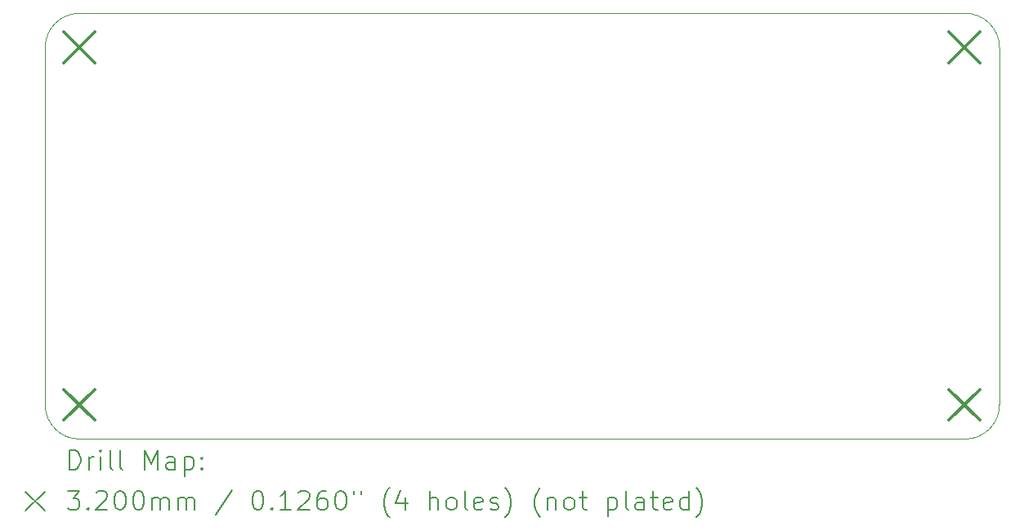
<source format=gbr>
%TF.GenerationSoftware,KiCad,Pcbnew,(6.0.10-0)*%
%TF.CreationDate,2023-03-25T14:15:09-04:00*%
%TF.ProjectId,Shuttle Tracker Node,53687574-746c-4652-9054-7261636b6572,rev?*%
%TF.SameCoordinates,Original*%
%TF.FileFunction,Drillmap*%
%TF.FilePolarity,Positive*%
%FSLAX45Y45*%
G04 Gerber Fmt 4.5, Leading zero omitted, Abs format (unit mm)*
G04 Created by KiCad (PCBNEW (6.0.10-0)) date 2023-03-25 14:15:09*
%MOMM*%
%LPD*%
G01*
G04 APERTURE LIST*
%ADD10C,0.100000*%
%ADD11C,0.200000*%
%ADD12C,0.320000*%
G04 APERTURE END LIST*
D10*
X22504400Y-12192000D02*
G75*
G03*
X22860000Y-11836400I0J355600D01*
G01*
X22860000Y-8134350D02*
G75*
G03*
X22504400Y-7778750I-355600J0D01*
G01*
X13328650Y-7778750D02*
G75*
G03*
X12973050Y-8134350I0J-355600D01*
G01*
X22860000Y-11836400D02*
X22860000Y-8134350D01*
X12973050Y-8134350D02*
X12973050Y-11836400D01*
X12973050Y-11836400D02*
G75*
G03*
X13328650Y-12192000I355600J0D01*
G01*
X22504400Y-7778750D02*
X13328650Y-7778750D01*
X13328650Y-12192000D02*
X22504400Y-12192000D01*
D11*
D12*
X13168650Y-7974350D02*
X13488650Y-8294350D01*
X13488650Y-7974350D02*
X13168650Y-8294350D01*
X13168650Y-11676400D02*
X13488650Y-11996400D01*
X13488650Y-11676400D02*
X13168650Y-11996400D01*
X22338050Y-7974350D02*
X22658050Y-8294350D01*
X22658050Y-7974350D02*
X22338050Y-8294350D01*
X22338050Y-11676400D02*
X22658050Y-11996400D01*
X22658050Y-11676400D02*
X22338050Y-11996400D01*
D11*
X13225669Y-12507476D02*
X13225669Y-12307476D01*
X13273288Y-12307476D01*
X13301859Y-12317000D01*
X13320907Y-12336048D01*
X13330431Y-12355095D01*
X13339955Y-12393190D01*
X13339955Y-12421762D01*
X13330431Y-12459857D01*
X13320907Y-12478905D01*
X13301859Y-12497952D01*
X13273288Y-12507476D01*
X13225669Y-12507476D01*
X13425669Y-12507476D02*
X13425669Y-12374143D01*
X13425669Y-12412238D02*
X13435193Y-12393190D01*
X13444717Y-12383667D01*
X13463764Y-12374143D01*
X13482812Y-12374143D01*
X13549478Y-12507476D02*
X13549478Y-12374143D01*
X13549478Y-12307476D02*
X13539955Y-12317000D01*
X13549478Y-12326524D01*
X13559002Y-12317000D01*
X13549478Y-12307476D01*
X13549478Y-12326524D01*
X13673288Y-12507476D02*
X13654240Y-12497952D01*
X13644717Y-12478905D01*
X13644717Y-12307476D01*
X13778050Y-12507476D02*
X13759002Y-12497952D01*
X13749478Y-12478905D01*
X13749478Y-12307476D01*
X14006621Y-12507476D02*
X14006621Y-12307476D01*
X14073288Y-12450333D01*
X14139955Y-12307476D01*
X14139955Y-12507476D01*
X14320907Y-12507476D02*
X14320907Y-12402714D01*
X14311383Y-12383667D01*
X14292336Y-12374143D01*
X14254240Y-12374143D01*
X14235193Y-12383667D01*
X14320907Y-12497952D02*
X14301859Y-12507476D01*
X14254240Y-12507476D01*
X14235193Y-12497952D01*
X14225669Y-12478905D01*
X14225669Y-12459857D01*
X14235193Y-12440809D01*
X14254240Y-12431286D01*
X14301859Y-12431286D01*
X14320907Y-12421762D01*
X14416145Y-12374143D02*
X14416145Y-12574143D01*
X14416145Y-12383667D02*
X14435193Y-12374143D01*
X14473288Y-12374143D01*
X14492336Y-12383667D01*
X14501859Y-12393190D01*
X14511383Y-12412238D01*
X14511383Y-12469381D01*
X14501859Y-12488428D01*
X14492336Y-12497952D01*
X14473288Y-12507476D01*
X14435193Y-12507476D01*
X14416145Y-12497952D01*
X14597098Y-12488428D02*
X14606621Y-12497952D01*
X14597098Y-12507476D01*
X14587574Y-12497952D01*
X14597098Y-12488428D01*
X14597098Y-12507476D01*
X14597098Y-12383667D02*
X14606621Y-12393190D01*
X14597098Y-12402714D01*
X14587574Y-12393190D01*
X14597098Y-12383667D01*
X14597098Y-12402714D01*
X12768050Y-12737000D02*
X12968050Y-12937000D01*
X12968050Y-12737000D02*
X12768050Y-12937000D01*
X13206621Y-12727476D02*
X13330431Y-12727476D01*
X13263764Y-12803667D01*
X13292336Y-12803667D01*
X13311383Y-12813190D01*
X13320907Y-12822714D01*
X13330431Y-12841762D01*
X13330431Y-12889381D01*
X13320907Y-12908428D01*
X13311383Y-12917952D01*
X13292336Y-12927476D01*
X13235193Y-12927476D01*
X13216145Y-12917952D01*
X13206621Y-12908428D01*
X13416145Y-12908428D02*
X13425669Y-12917952D01*
X13416145Y-12927476D01*
X13406621Y-12917952D01*
X13416145Y-12908428D01*
X13416145Y-12927476D01*
X13501859Y-12746524D02*
X13511383Y-12737000D01*
X13530431Y-12727476D01*
X13578050Y-12727476D01*
X13597098Y-12737000D01*
X13606621Y-12746524D01*
X13616145Y-12765571D01*
X13616145Y-12784619D01*
X13606621Y-12813190D01*
X13492336Y-12927476D01*
X13616145Y-12927476D01*
X13739955Y-12727476D02*
X13759002Y-12727476D01*
X13778050Y-12737000D01*
X13787574Y-12746524D01*
X13797098Y-12765571D01*
X13806621Y-12803667D01*
X13806621Y-12851286D01*
X13797098Y-12889381D01*
X13787574Y-12908428D01*
X13778050Y-12917952D01*
X13759002Y-12927476D01*
X13739955Y-12927476D01*
X13720907Y-12917952D01*
X13711383Y-12908428D01*
X13701859Y-12889381D01*
X13692336Y-12851286D01*
X13692336Y-12803667D01*
X13701859Y-12765571D01*
X13711383Y-12746524D01*
X13720907Y-12737000D01*
X13739955Y-12727476D01*
X13930431Y-12727476D02*
X13949478Y-12727476D01*
X13968526Y-12737000D01*
X13978050Y-12746524D01*
X13987574Y-12765571D01*
X13997098Y-12803667D01*
X13997098Y-12851286D01*
X13987574Y-12889381D01*
X13978050Y-12908428D01*
X13968526Y-12917952D01*
X13949478Y-12927476D01*
X13930431Y-12927476D01*
X13911383Y-12917952D01*
X13901859Y-12908428D01*
X13892336Y-12889381D01*
X13882812Y-12851286D01*
X13882812Y-12803667D01*
X13892336Y-12765571D01*
X13901859Y-12746524D01*
X13911383Y-12737000D01*
X13930431Y-12727476D01*
X14082812Y-12927476D02*
X14082812Y-12794143D01*
X14082812Y-12813190D02*
X14092336Y-12803667D01*
X14111383Y-12794143D01*
X14139955Y-12794143D01*
X14159002Y-12803667D01*
X14168526Y-12822714D01*
X14168526Y-12927476D01*
X14168526Y-12822714D02*
X14178050Y-12803667D01*
X14197098Y-12794143D01*
X14225669Y-12794143D01*
X14244717Y-12803667D01*
X14254240Y-12822714D01*
X14254240Y-12927476D01*
X14349478Y-12927476D02*
X14349478Y-12794143D01*
X14349478Y-12813190D02*
X14359002Y-12803667D01*
X14378050Y-12794143D01*
X14406621Y-12794143D01*
X14425669Y-12803667D01*
X14435193Y-12822714D01*
X14435193Y-12927476D01*
X14435193Y-12822714D02*
X14444717Y-12803667D01*
X14463764Y-12794143D01*
X14492336Y-12794143D01*
X14511383Y-12803667D01*
X14520907Y-12822714D01*
X14520907Y-12927476D01*
X14911383Y-12717952D02*
X14739955Y-12975095D01*
X15168526Y-12727476D02*
X15187574Y-12727476D01*
X15206621Y-12737000D01*
X15216145Y-12746524D01*
X15225669Y-12765571D01*
X15235193Y-12803667D01*
X15235193Y-12851286D01*
X15225669Y-12889381D01*
X15216145Y-12908428D01*
X15206621Y-12917952D01*
X15187574Y-12927476D01*
X15168526Y-12927476D01*
X15149478Y-12917952D01*
X15139955Y-12908428D01*
X15130431Y-12889381D01*
X15120907Y-12851286D01*
X15120907Y-12803667D01*
X15130431Y-12765571D01*
X15139955Y-12746524D01*
X15149478Y-12737000D01*
X15168526Y-12727476D01*
X15320907Y-12908428D02*
X15330431Y-12917952D01*
X15320907Y-12927476D01*
X15311383Y-12917952D01*
X15320907Y-12908428D01*
X15320907Y-12927476D01*
X15520907Y-12927476D02*
X15406621Y-12927476D01*
X15463764Y-12927476D02*
X15463764Y-12727476D01*
X15444717Y-12756048D01*
X15425669Y-12775095D01*
X15406621Y-12784619D01*
X15597098Y-12746524D02*
X15606621Y-12737000D01*
X15625669Y-12727476D01*
X15673288Y-12727476D01*
X15692336Y-12737000D01*
X15701859Y-12746524D01*
X15711383Y-12765571D01*
X15711383Y-12784619D01*
X15701859Y-12813190D01*
X15587574Y-12927476D01*
X15711383Y-12927476D01*
X15882812Y-12727476D02*
X15844717Y-12727476D01*
X15825669Y-12737000D01*
X15816145Y-12746524D01*
X15797098Y-12775095D01*
X15787574Y-12813190D01*
X15787574Y-12889381D01*
X15797098Y-12908428D01*
X15806621Y-12917952D01*
X15825669Y-12927476D01*
X15863764Y-12927476D01*
X15882812Y-12917952D01*
X15892336Y-12908428D01*
X15901859Y-12889381D01*
X15901859Y-12841762D01*
X15892336Y-12822714D01*
X15882812Y-12813190D01*
X15863764Y-12803667D01*
X15825669Y-12803667D01*
X15806621Y-12813190D01*
X15797098Y-12822714D01*
X15787574Y-12841762D01*
X16025669Y-12727476D02*
X16044717Y-12727476D01*
X16063764Y-12737000D01*
X16073288Y-12746524D01*
X16082812Y-12765571D01*
X16092336Y-12803667D01*
X16092336Y-12851286D01*
X16082812Y-12889381D01*
X16073288Y-12908428D01*
X16063764Y-12917952D01*
X16044717Y-12927476D01*
X16025669Y-12927476D01*
X16006621Y-12917952D01*
X15997098Y-12908428D01*
X15987574Y-12889381D01*
X15978050Y-12851286D01*
X15978050Y-12803667D01*
X15987574Y-12765571D01*
X15997098Y-12746524D01*
X16006621Y-12737000D01*
X16025669Y-12727476D01*
X16168526Y-12727476D02*
X16168526Y-12765571D01*
X16244717Y-12727476D02*
X16244717Y-12765571D01*
X16539955Y-13003667D02*
X16530431Y-12994143D01*
X16511383Y-12965571D01*
X16501859Y-12946524D01*
X16492336Y-12917952D01*
X16482812Y-12870333D01*
X16482812Y-12832238D01*
X16492336Y-12784619D01*
X16501859Y-12756048D01*
X16511383Y-12737000D01*
X16530431Y-12708428D01*
X16539955Y-12698905D01*
X16701859Y-12794143D02*
X16701859Y-12927476D01*
X16654240Y-12717952D02*
X16606621Y-12860809D01*
X16730431Y-12860809D01*
X16959002Y-12927476D02*
X16959002Y-12727476D01*
X17044717Y-12927476D02*
X17044717Y-12822714D01*
X17035193Y-12803667D01*
X17016145Y-12794143D01*
X16987574Y-12794143D01*
X16968526Y-12803667D01*
X16959002Y-12813190D01*
X17168526Y-12927476D02*
X17149479Y-12917952D01*
X17139955Y-12908428D01*
X17130431Y-12889381D01*
X17130431Y-12832238D01*
X17139955Y-12813190D01*
X17149479Y-12803667D01*
X17168526Y-12794143D01*
X17197098Y-12794143D01*
X17216145Y-12803667D01*
X17225669Y-12813190D01*
X17235193Y-12832238D01*
X17235193Y-12889381D01*
X17225669Y-12908428D01*
X17216145Y-12917952D01*
X17197098Y-12927476D01*
X17168526Y-12927476D01*
X17349479Y-12927476D02*
X17330431Y-12917952D01*
X17320907Y-12898905D01*
X17320907Y-12727476D01*
X17501860Y-12917952D02*
X17482812Y-12927476D01*
X17444717Y-12927476D01*
X17425669Y-12917952D01*
X17416145Y-12898905D01*
X17416145Y-12822714D01*
X17425669Y-12803667D01*
X17444717Y-12794143D01*
X17482812Y-12794143D01*
X17501860Y-12803667D01*
X17511383Y-12822714D01*
X17511383Y-12841762D01*
X17416145Y-12860809D01*
X17587574Y-12917952D02*
X17606621Y-12927476D01*
X17644717Y-12927476D01*
X17663764Y-12917952D01*
X17673288Y-12898905D01*
X17673288Y-12889381D01*
X17663764Y-12870333D01*
X17644717Y-12860809D01*
X17616145Y-12860809D01*
X17597098Y-12851286D01*
X17587574Y-12832238D01*
X17587574Y-12822714D01*
X17597098Y-12803667D01*
X17616145Y-12794143D01*
X17644717Y-12794143D01*
X17663764Y-12803667D01*
X17739955Y-13003667D02*
X17749479Y-12994143D01*
X17768526Y-12965571D01*
X17778050Y-12946524D01*
X17787574Y-12917952D01*
X17797098Y-12870333D01*
X17797098Y-12832238D01*
X17787574Y-12784619D01*
X17778050Y-12756048D01*
X17768526Y-12737000D01*
X17749479Y-12708428D01*
X17739955Y-12698905D01*
X18101860Y-13003667D02*
X18092336Y-12994143D01*
X18073288Y-12965571D01*
X18063764Y-12946524D01*
X18054240Y-12917952D01*
X18044717Y-12870333D01*
X18044717Y-12832238D01*
X18054240Y-12784619D01*
X18063764Y-12756048D01*
X18073288Y-12737000D01*
X18092336Y-12708428D01*
X18101860Y-12698905D01*
X18178050Y-12794143D02*
X18178050Y-12927476D01*
X18178050Y-12813190D02*
X18187574Y-12803667D01*
X18206621Y-12794143D01*
X18235193Y-12794143D01*
X18254240Y-12803667D01*
X18263764Y-12822714D01*
X18263764Y-12927476D01*
X18387574Y-12927476D02*
X18368526Y-12917952D01*
X18359002Y-12908428D01*
X18349479Y-12889381D01*
X18349479Y-12832238D01*
X18359002Y-12813190D01*
X18368526Y-12803667D01*
X18387574Y-12794143D01*
X18416145Y-12794143D01*
X18435193Y-12803667D01*
X18444717Y-12813190D01*
X18454240Y-12832238D01*
X18454240Y-12889381D01*
X18444717Y-12908428D01*
X18435193Y-12917952D01*
X18416145Y-12927476D01*
X18387574Y-12927476D01*
X18511383Y-12794143D02*
X18587574Y-12794143D01*
X18539955Y-12727476D02*
X18539955Y-12898905D01*
X18549479Y-12917952D01*
X18568526Y-12927476D01*
X18587574Y-12927476D01*
X18806621Y-12794143D02*
X18806621Y-12994143D01*
X18806621Y-12803667D02*
X18825669Y-12794143D01*
X18863764Y-12794143D01*
X18882812Y-12803667D01*
X18892336Y-12813190D01*
X18901860Y-12832238D01*
X18901860Y-12889381D01*
X18892336Y-12908428D01*
X18882812Y-12917952D01*
X18863764Y-12927476D01*
X18825669Y-12927476D01*
X18806621Y-12917952D01*
X19016145Y-12927476D02*
X18997098Y-12917952D01*
X18987574Y-12898905D01*
X18987574Y-12727476D01*
X19178050Y-12927476D02*
X19178050Y-12822714D01*
X19168526Y-12803667D01*
X19149479Y-12794143D01*
X19111383Y-12794143D01*
X19092336Y-12803667D01*
X19178050Y-12917952D02*
X19159002Y-12927476D01*
X19111383Y-12927476D01*
X19092336Y-12917952D01*
X19082812Y-12898905D01*
X19082812Y-12879857D01*
X19092336Y-12860809D01*
X19111383Y-12851286D01*
X19159002Y-12851286D01*
X19178050Y-12841762D01*
X19244717Y-12794143D02*
X19320907Y-12794143D01*
X19273288Y-12727476D02*
X19273288Y-12898905D01*
X19282812Y-12917952D01*
X19301860Y-12927476D01*
X19320907Y-12927476D01*
X19463764Y-12917952D02*
X19444717Y-12927476D01*
X19406621Y-12927476D01*
X19387574Y-12917952D01*
X19378050Y-12898905D01*
X19378050Y-12822714D01*
X19387574Y-12803667D01*
X19406621Y-12794143D01*
X19444717Y-12794143D01*
X19463764Y-12803667D01*
X19473288Y-12822714D01*
X19473288Y-12841762D01*
X19378050Y-12860809D01*
X19644717Y-12927476D02*
X19644717Y-12727476D01*
X19644717Y-12917952D02*
X19625669Y-12927476D01*
X19587574Y-12927476D01*
X19568526Y-12917952D01*
X19559002Y-12908428D01*
X19549479Y-12889381D01*
X19549479Y-12832238D01*
X19559002Y-12813190D01*
X19568526Y-12803667D01*
X19587574Y-12794143D01*
X19625669Y-12794143D01*
X19644717Y-12803667D01*
X19720907Y-13003667D02*
X19730431Y-12994143D01*
X19749479Y-12965571D01*
X19759002Y-12946524D01*
X19768526Y-12917952D01*
X19778050Y-12870333D01*
X19778050Y-12832238D01*
X19768526Y-12784619D01*
X19759002Y-12756048D01*
X19749479Y-12737000D01*
X19730431Y-12708428D01*
X19720907Y-12698905D01*
M02*

</source>
